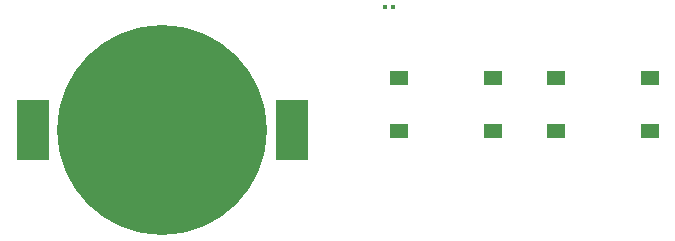
<source format=gbr>
%TF.GenerationSoftware,KiCad,Pcbnew,9.0.3*%
%TF.CreationDate,2025-08-06T08:50:17-04:00*%
%TF.ProjectId,remote,72656d6f-7465-42e6-9b69-6361645f7063,rev?*%
%TF.SameCoordinates,Original*%
%TF.FileFunction,Paste,Top*%
%TF.FilePolarity,Positive*%
%FSLAX46Y46*%
G04 Gerber Fmt 4.6, Leading zero omitted, Abs format (unit mm)*
G04 Created by KiCad (PCBNEW 9.0.3) date 2025-08-06 08:50:17*
%MOMM*%
%LPD*%
G01*
G04 APERTURE LIST*
G04 Aperture macros list*
%AMRoundRect*
0 Rectangle with rounded corners*
0 $1 Rounding radius*
0 $2 $3 $4 $5 $6 $7 $8 $9 X,Y pos of 4 corners*
0 Add a 4 corners polygon primitive as box body*
4,1,4,$2,$3,$4,$5,$6,$7,$8,$9,$2,$3,0*
0 Add four circle primitives for the rounded corners*
1,1,$1+$1,$2,$3*
1,1,$1+$1,$4,$5*
1,1,$1+$1,$6,$7*
1,1,$1+$1,$8,$9*
0 Add four rect primitives between the rounded corners*
20,1,$1+$1,$2,$3,$4,$5,0*
20,1,$1+$1,$4,$5,$6,$7,0*
20,1,$1+$1,$6,$7,$8,$9,0*
20,1,$1+$1,$8,$9,$2,$3,0*%
G04 Aperture macros list end*
%ADD10R,1.550000X1.300000*%
%ADD11C,17.780000*%
%ADD12R,2.790000X5.080000*%
%ADD13RoundRect,0.079500X0.079500X0.100500X-0.079500X0.100500X-0.079500X-0.100500X0.079500X-0.100500X0*%
G04 APERTURE END LIST*
D10*
%TO.C,B2*%
X222036288Y-59620400D03*
X229986288Y-59620400D03*
X222036288Y-64120400D03*
X229986288Y-64120400D03*
%TD*%
%TO.C,B1*%
X235371288Y-59620400D03*
X243321288Y-59620400D03*
X235371288Y-64120400D03*
X243321288Y-64120400D03*
%TD*%
D11*
%TO.C,BAT1*%
X202008288Y-64033400D03*
D12*
X212993288Y-64033400D03*
X191023288Y-64033400D03*
%TD*%
D13*
%TO.C,C2*%
X221530288Y-53619400D03*
X220840288Y-53619400D03*
%TD*%
M02*

</source>
